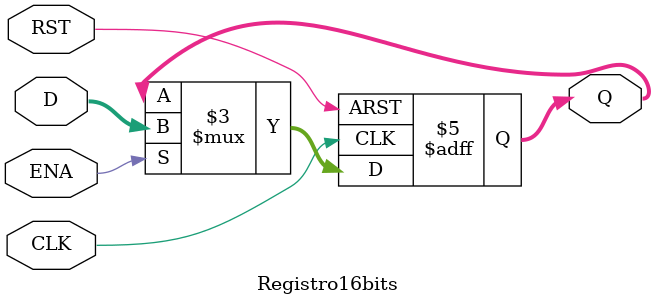
<source format=v>
`timescale 1ns / 1ps


module Registro16bits(CLK, RST, ENA,D,Q);
    input CLK, RST, ENA;
    input [15:0] D; 
    output reg [15:0] Q; 
    
always@(posedge CLK or posedge RST) 
    
    if (RST) 
        Q = 16'b0;
    else if (ENA)
        Q = D; 
    else 
        Q = Q; 
endmodule

</source>
